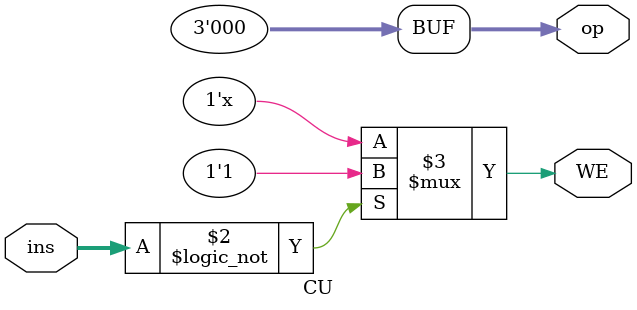
<source format=v>
module CU(ins,WE,op);
	input[6:0]ins;
	output reg WE;
	output reg[2:0]op;
	
	always@(*)
	begin
		if(ins==0)WE<=1;
		op<=3'b000;
	end

endmodule
</source>
